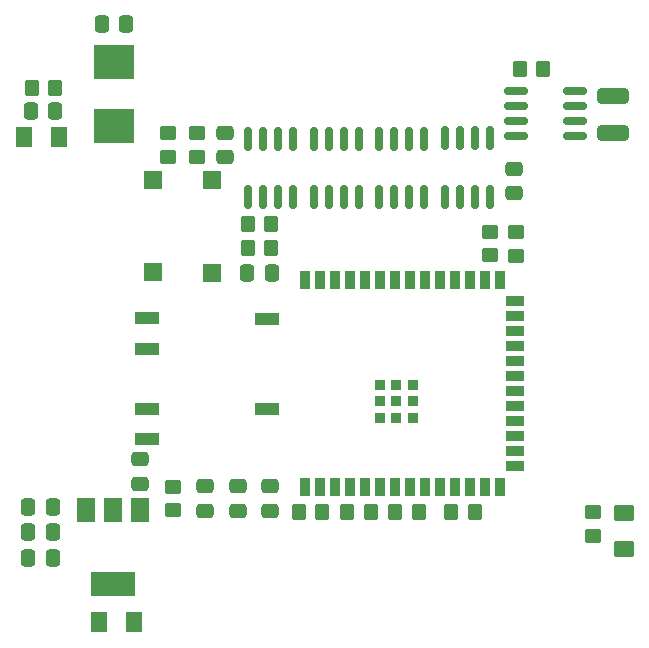
<source format=gbr>
%TF.GenerationSoftware,KiCad,Pcbnew,6.0.11+dfsg-1~bpo11+1*%
%TF.CreationDate,2023-07-05T16:33:08+02:00*%
%TF.ProjectId,avert_21,61766572-745f-4323-912e-6b696361645f,rev?*%
%TF.SameCoordinates,Original*%
%TF.FileFunction,Paste,Top*%
%TF.FilePolarity,Positive*%
%FSLAX46Y46*%
G04 Gerber Fmt 4.6, Leading zero omitted, Abs format (unit mm)*
G04 Created by KiCad (PCBNEW 6.0.11+dfsg-1~bpo11+1) date 2023-07-05 16:33:08*
%MOMM*%
%LPD*%
G01*
G04 APERTURE LIST*
G04 Aperture macros list*
%AMRoundRect*
0 Rectangle with rounded corners*
0 $1 Rounding radius*
0 $2 $3 $4 $5 $6 $7 $8 $9 X,Y pos of 4 corners*
0 Add a 4 corners polygon primitive as box body*
4,1,4,$2,$3,$4,$5,$6,$7,$8,$9,$2,$3,0*
0 Add four circle primitives for the rounded corners*
1,1,$1+$1,$2,$3*
1,1,$1+$1,$4,$5*
1,1,$1+$1,$6,$7*
1,1,$1+$1,$8,$9*
0 Add four rect primitives between the rounded corners*
20,1,$1+$1,$2,$3,$4,$5,0*
20,1,$1+$1,$4,$5,$6,$7,0*
20,1,$1+$1,$6,$7,$8,$9,0*
20,1,$1+$1,$8,$9,$2,$3,0*%
G04 Aperture macros list end*
%ADD10RoundRect,0.250000X-0.475000X0.337500X-0.475000X-0.337500X0.475000X-0.337500X0.475000X0.337500X0*%
%ADD11RoundRect,0.250000X0.450000X-0.350000X0.450000X0.350000X-0.450000X0.350000X-0.450000X-0.350000X0*%
%ADD12RoundRect,0.250000X0.337500X0.475000X-0.337500X0.475000X-0.337500X-0.475000X0.337500X-0.475000X0*%
%ADD13RoundRect,0.250000X-0.350000X-0.450000X0.350000X-0.450000X0.350000X0.450000X-0.350000X0.450000X0*%
%ADD14RoundRect,0.150000X0.150000X-0.825000X0.150000X0.825000X-0.150000X0.825000X-0.150000X-0.825000X0*%
%ADD15RoundRect,0.150000X-0.825000X-0.150000X0.825000X-0.150000X0.825000X0.150000X-0.825000X0.150000X0*%
%ADD16RoundRect,0.250000X0.475000X-0.337500X0.475000X0.337500X-0.475000X0.337500X-0.475000X-0.337500X0*%
%ADD17R,2.100000X1.000000*%
%ADD18R,0.900000X1.500000*%
%ADD19R,1.500000X0.900000*%
%ADD20R,0.900000X0.900000*%
%ADD21RoundRect,0.250000X-1.075000X0.400000X-1.075000X-0.400000X1.075000X-0.400000X1.075000X0.400000X0*%
%ADD22RoundRect,0.250000X0.350000X0.450000X-0.350000X0.450000X-0.350000X-0.450000X0.350000X-0.450000X0*%
%ADD23R,3.500000X2.950000*%
%ADD24RoundRect,0.250001X0.462499X0.624999X-0.462499X0.624999X-0.462499X-0.624999X0.462499X-0.624999X0*%
%ADD25RoundRect,0.250001X-0.462499X-0.624999X0.462499X-0.624999X0.462499X0.624999X-0.462499X0.624999X0*%
%ADD26R,1.500000X1.500000*%
%ADD27RoundRect,0.250000X-0.337500X-0.475000X0.337500X-0.475000X0.337500X0.475000X-0.337500X0.475000X0*%
%ADD28RoundRect,0.250000X-0.450000X0.350000X-0.450000X-0.350000X0.450000X-0.350000X0.450000X0.350000X0*%
%ADD29RoundRect,0.250001X0.624999X-0.462499X0.624999X0.462499X-0.624999X0.462499X-0.624999X-0.462499X0*%
%ADD30R,1.500000X2.000000*%
%ADD31R,3.800000X2.000000*%
G04 APERTURE END LIST*
D10*
%TO.C,C5*%
X136050000Y-107170000D03*
X136050000Y-109245000D03*
%TD*%
D11*
%TO.C,R2*%
X130165000Y-79260000D03*
X130165000Y-77260000D03*
%TD*%
D12*
%TO.C,C7*%
X120390000Y-108940000D03*
X118315000Y-108940000D03*
%TD*%
D13*
%TO.C,R13*%
X154080000Y-109340000D03*
X156080000Y-109340000D03*
%TD*%
D14*
%TO.C,U8*%
X142460000Y-82675000D03*
X143730000Y-82675000D03*
X145000000Y-82675000D03*
X146270000Y-82675000D03*
X146270000Y-77725000D03*
X145000000Y-77725000D03*
X143730000Y-77725000D03*
X142460000Y-77725000D03*
%TD*%
D15*
%TO.C,U2*%
X159620000Y-73735000D03*
X159620000Y-75005000D03*
X159620000Y-76275000D03*
X159620000Y-77545000D03*
X164570000Y-77545000D03*
X164570000Y-76275000D03*
X164570000Y-75005000D03*
X164570000Y-73735000D03*
%TD*%
D16*
%TO.C,C8*%
X133280000Y-109235000D03*
X133280000Y-107160000D03*
%TD*%
D13*
%TO.C,R12*%
X136865000Y-84970000D03*
X138865000Y-84970000D03*
%TD*%
D11*
%TO.C,R18*%
X159605000Y-87640000D03*
X159605000Y-85640000D03*
%TD*%
D17*
%TO.C,U3*%
X128330000Y-92950000D03*
X128350000Y-95510000D03*
X128350000Y-100590000D03*
X128350000Y-103130000D03*
X138510000Y-100590000D03*
X138510000Y-92970000D03*
%TD*%
D18*
%TO.C,U1*%
X141735000Y-107220000D03*
X143005000Y-107220000D03*
X144275000Y-107220000D03*
X145545000Y-107220000D03*
X146815000Y-107220000D03*
X148085000Y-107220000D03*
X149355000Y-107220000D03*
X150625000Y-107220000D03*
X151895000Y-107220000D03*
X153165000Y-107220000D03*
X154435000Y-107220000D03*
X155705000Y-107220000D03*
X156975000Y-107220000D03*
X158245000Y-107220000D03*
D19*
X159495000Y-105455000D03*
X159495000Y-104185000D03*
X159495000Y-102915000D03*
X159495000Y-101645000D03*
X159495000Y-100375000D03*
X159495000Y-99105000D03*
X159495000Y-97835000D03*
X159495000Y-96565000D03*
X159495000Y-95295000D03*
X159495000Y-94025000D03*
X159495000Y-92755000D03*
X159495000Y-91485000D03*
D18*
X158245000Y-89720000D03*
X156975000Y-89720000D03*
X155705000Y-89720000D03*
X154435000Y-89720000D03*
X153165000Y-89720000D03*
X151895000Y-89720000D03*
X150625000Y-89720000D03*
X149355000Y-89720000D03*
X148085000Y-89720000D03*
X146815000Y-89720000D03*
X145545000Y-89720000D03*
X144275000Y-89720000D03*
X143005000Y-89720000D03*
X141735000Y-89720000D03*
D20*
X149455000Y-99970000D03*
X149455000Y-101370000D03*
X148055000Y-99970000D03*
X150855000Y-98570000D03*
X150855000Y-99970000D03*
X148055000Y-101370000D03*
X150855000Y-101370000D03*
X148055000Y-98570000D03*
X149455000Y-98570000D03*
%TD*%
D21*
%TO.C,R11*%
X167795000Y-74140000D03*
X167795000Y-77240000D03*
%TD*%
D14*
%TO.C,U6*%
X136910000Y-82685000D03*
X138180000Y-82685000D03*
X139450000Y-82685000D03*
X140720000Y-82685000D03*
X140720000Y-77735000D03*
X139450000Y-77735000D03*
X138180000Y-77735000D03*
X136910000Y-77735000D03*
%TD*%
D12*
%TO.C,C9*%
X120390000Y-113210000D03*
X118315000Y-113210000D03*
%TD*%
%TO.C,C12*%
X138927500Y-89090000D03*
X136852500Y-89090000D03*
%TD*%
D11*
%TO.C,R16*%
X157375000Y-87610000D03*
X157375000Y-85610000D03*
%TD*%
D22*
%TO.C,R19*%
X143205000Y-109360000D03*
X141205000Y-109360000D03*
%TD*%
D13*
%TO.C,R15*%
X149360000Y-109330000D03*
X151360000Y-109330000D03*
%TD*%
%TO.C,R17*%
X145295000Y-109350000D03*
X147295000Y-109350000D03*
%TD*%
D10*
%TO.C,C1*%
X138775000Y-107172500D03*
X138775000Y-109247500D03*
%TD*%
D14*
%TO.C,U5*%
X153550000Y-82655000D03*
X154820000Y-82655000D03*
X156090000Y-82655000D03*
X157360000Y-82655000D03*
X157360000Y-77705000D03*
X156090000Y-77705000D03*
X154820000Y-77705000D03*
X153550000Y-77705000D03*
%TD*%
D16*
%TO.C,C2*%
X159425000Y-82360000D03*
X159425000Y-80285000D03*
%TD*%
D23*
%TO.C,L1*%
X125545000Y-71250000D03*
X125545000Y-76700000D03*
%TD*%
D12*
%TO.C,C10*%
X120390000Y-111070000D03*
X118315000Y-111070000D03*
%TD*%
D24*
%TO.C,D3*%
X120900000Y-77620000D03*
X117925000Y-77620000D03*
%TD*%
D22*
%TO.C,R20*%
X120570000Y-73410000D03*
X118570000Y-73410000D03*
%TD*%
D25*
%TO.C,D1*%
X124255000Y-118680000D03*
X127230000Y-118680000D03*
%TD*%
D16*
%TO.C,C11*%
X134915000Y-79317500D03*
X134915000Y-77242500D03*
%TD*%
D26*
%TO.C,SW2*%
X128855000Y-81240000D03*
X128855000Y-89040000D03*
%TD*%
D14*
%TO.C,U7*%
X148020000Y-82675000D03*
X149290000Y-82675000D03*
X150560000Y-82675000D03*
X151830000Y-82675000D03*
X151830000Y-77725000D03*
X150560000Y-77725000D03*
X149290000Y-77725000D03*
X148020000Y-77725000D03*
%TD*%
D26*
%TO.C,SW1*%
X133855000Y-81280000D03*
X133855000Y-89080000D03*
%TD*%
D13*
%TO.C,R14*%
X136865000Y-86970000D03*
X138865000Y-86970000D03*
%TD*%
D27*
%TO.C,C3*%
X124500000Y-68000000D03*
X126575000Y-68000000D03*
%TD*%
D11*
%TO.C,R1*%
X132555000Y-79270000D03*
X132555000Y-77270000D03*
%TD*%
D28*
%TO.C,R9*%
X166095000Y-109340000D03*
X166095000Y-111340000D03*
%TD*%
D29*
%TO.C,D2*%
X168695000Y-112440000D03*
X168695000Y-109465000D03*
%TD*%
D12*
%TO.C,C4*%
X120600000Y-75420000D03*
X118525000Y-75420000D03*
%TD*%
D28*
%TO.C,R8*%
X130565000Y-107220000D03*
X130565000Y-109220000D03*
%TD*%
D16*
%TO.C,C6*%
X127765000Y-106957500D03*
X127765000Y-104882500D03*
%TD*%
D30*
%TO.C,U4*%
X127795000Y-109170000D03*
X125495000Y-109170000D03*
D31*
X125495000Y-115470000D03*
D30*
X123195000Y-109170000D03*
%TD*%
D22*
%TO.C,R10*%
X161895000Y-71840000D03*
X159895000Y-71840000D03*
%TD*%
M02*

</source>
